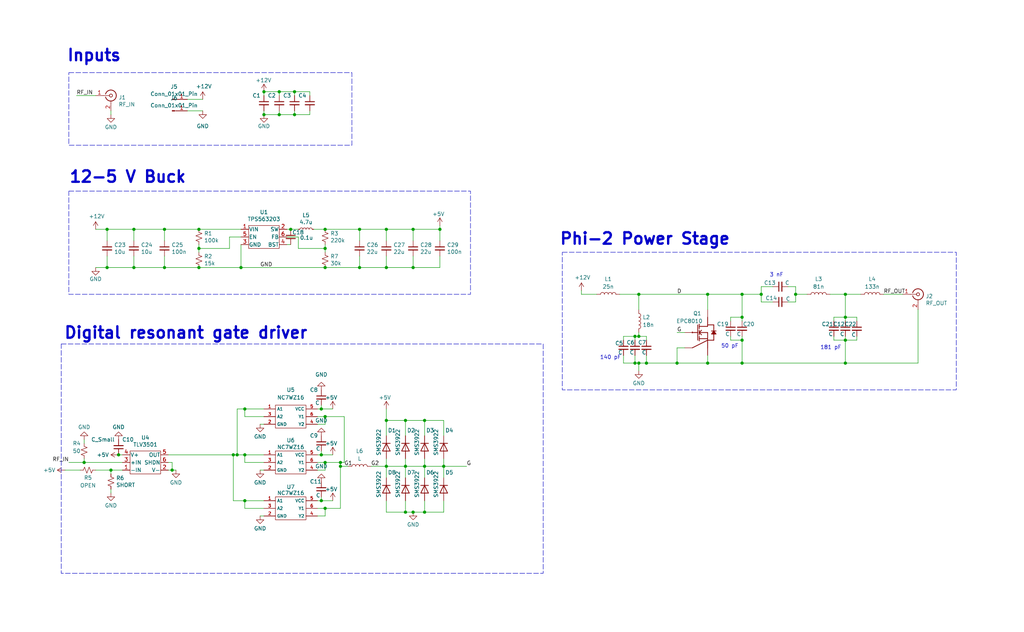
<source format=kicad_sch>
(kicad_sch (version 20231120) (generator "eeschema") (generator_version "8.0")
  (paper "User" 340.004 210.007)
  (lib_symbols
    (symbol "Connector:Conn_01x01_Pin" (pin_names (offset 1.016) hide)
      (property "Reference" "J" (at 0 2.54 0))
      (property "Value" "Conn_01x01_Pin" (at 0 -2.54 0))
      (symbol "Conn_01x01_Pin_1_1"
        (polyline (pts (xy 1.27 0) (xy 0.8636 0)) (stroke (width 0.1524)))
        (rectangle (start 0.8636 0.127) (end 0 -0.127) (stroke (width 0.1524)) (fill (type outline)))
        (pin passive line (at 5.08 0 180) (length 3.81) (name "Pin_1") (number "1"))
      )
    )
    (symbol "Connector:Conn_Coaxial" (pin_names (offset 1.016) hide)
      (property "Reference" "J" (at 0.254 3.048 0))
      (property "Value" "Conn_Coaxial" (at 2.921 0 90))
      (symbol "Conn_Coaxial_0_1"
        (arc (start -1.778 -0.508) (mid 0.2311 -1.8066) (end 1.778 0) (stroke (width 0.254)))
        (polyline (pts (xy -2.54 0) (xy -0.508 0)))
        (polyline (pts (xy 0 -2.54) (xy 0 -1.778)))
        (circle (center 0 0) (radius 0.508) (stroke (width 0.2032)))
        (arc (start 1.778 0) (mid 0.2099 1.8101) (end -1.778 0.508) (stroke (width 0.254)))
      )
      (symbol "Conn_Coaxial_1_1"
        (pin passive line (at -5.08 0 0) (length 2.54) (name "In") (number "1"))
        (pin passive line (at 0 -5.08 90) (length 2.54) (name "Ext") (number "2"))
      )
    )
    (symbol "Device:C_Small" (pin_numbers hide) (pin_names (offset 0.254) hide)
      (property "Reference" "C" (at 0.254 1.778 0))
      (property "Value" "C_Small" (at 0.254 -2.032 0))
      (symbol "C_Small_0_1"
        (polyline (pts (xy -1.524 -0.508) (xy 1.524 -0.508)) (stroke (width 0.3302)))
        (polyline (pts (xy -1.524 0.508) (xy 1.524 0.508)) (stroke (width 0.3048)))
      )
      (symbol "C_Small_1_1"
        (pin passive line (at 0 2.54 270) (length 2.032) (name "~") (number "1"))
        (pin passive line (at 0 -2.54 90) (length 2.032) (name "~") (number "2"))
      )
    )
    (symbol "Device:D" (pin_numbers hide) (pin_names (offset 1.016) hide)
      (property "Reference" "D" (at 0 2.54 0))
      (property "Value" "D" (at 0 -2.54 0))
      (symbol "D_0_1"
        (polyline (pts (xy -1.27 1.27) (xy -1.27 -1.27)) (stroke (width 0.254)))
        (polyline (pts (xy 1.27 0) (xy -1.27 0)))
        (polyline (pts (xy 1.27 1.27) (xy 1.27 -1.27) (xy -1.27 0) (xy 1.27 1.27)) (stroke (width 0.254)))
      )
      (symbol "D_1_1"
        (pin passive line (at -3.81 0 0) (length 2.54) (name "K") (number "1"))
        (pin passive line (at 3.81 0 180) (length 2.54) (name "A") (number "2"))
      )
    )
    (symbol "Device:L" (pin_numbers hide) (pin_names (offset 1.016) hide)
      (property "Reference" "L" (at -1.27 0 90))
      (property "Value" "L" (at 1.905 0 90))
      (symbol "L_0_1"
        (arc (start 0 -2.54) (mid 0.6323 -1.905) (end 0 -1.27))
        (arc (start 0 -1.27) (mid 0.6323 -0.635) (end 0 0))
        (arc (start 0 0) (mid 0.6323 0.635) (end 0 1.27))
        (arc (start 0 1.27) (mid 0.6323 1.905) (end 0 2.54))
      )
      (symbol "L_1_1"
        (pin passive line (at 0 3.81 270) (length 1.27) (name "1") (number "1"))
        (pin passive line (at 0 -3.81 90) (length 1.27) (name "2") (number "2"))
      )
    )
    (symbol "Device:L_Small" (pin_numbers hide) (pin_names (offset 0.254) hide)
      (property "Reference" "L" (at 0.762 1.016 0))
      (property "Value" "L_Small" (at 0.762 -1.016 0))
      (symbol "L_Small_0_1"
        (arc (start 0 -2.032) (mid 0.5058 -1.524) (end 0 -1.016))
        (arc (start 0 -1.016) (mid 0.5058 -0.508) (end 0 0))
        (arc (start 0 0) (mid 0.5058 0.508) (end 0 1.016))
        (arc (start 0 1.016) (mid 0.5058 1.524) (end 0 2.032))
      )
      (symbol "L_Small_1_1"
        (pin passive line (at 0 2.54 270) (length 0.508) (name "~") (number "1"))
        (pin passive line (at 0 -2.54 90) (length 0.508) (name "~") (number "2"))
      )
    )
    (symbol "Device:R_Small_US" (pin_numbers hide) (pin_names (offset 0.254) hide)
      (property "Reference" "R" (at 0.762 0.508 0))
      (property "Value" "R_Small_US" (at 0.762 -1.016 0))
      (symbol "R_Small_US_1_1"
        (polyline (pts (xy 0 0) (xy 1.016 -0.381) (xy 0 -0.762) (xy -1.016 -1.143) (xy 0 -1.524)))
        (polyline (pts (xy 0 1.524) (xy 1.016 1.143) (xy 0 0.762) (xy -1.016 0.381) (xy 0 0)))
        (pin passive line (at 0 2.54 270) (length 1.016) (name "~") (number "1"))
        (pin passive line (at 0 -2.54 90) (length 1.016) (name "~") (number "2"))
      )
    )
    (symbol "EPC_FETs:EPC8010"
      (property "Reference" "Q" (at 3.5052 1.8796 0))
      (property "Value" "EPC8010" (at 7.2136 -0.1016 0))
      (property "Description" "100V 160mE 4A" (at 10.668 -1.9304 0))
      (symbol "EPC8010_1_0"
        (arc (start -5.0996 0.2128) (mid -5.1039 0.0331) (end -5.1019 -0.1467) (stroke (width 0.254)))
        (polyline (pts (xy -5.08 0) (xy -3.302 0)) (stroke (width 0.254)))
        (polyline (pts (xy -3.302 2.54) (xy -3.302 -2.54)) (stroke (width 0.254)))
        (polyline (pts (xy -2.794 -2.794) (xy -2.794 -1.27)) (stroke (width 0.254)))
        (polyline (pts (xy -2.794 -2.032) (xy 0 -2.032)) (stroke (width 0.254)))
        (polyline (pts (xy -2.794 -0.762) (xy -2.794 0.762)) (stroke (width 0.254)))
        (polyline (pts (xy -2.794 0) (xy -2.032 0.762)) (stroke (width 0.254)))
        (polyline (pts (xy -2.794 0) (xy 0 0)) (stroke (width 0.254)))
        (polyline (pts (xy -2.794 1.27) (xy -2.794 2.794)) (stroke (width 0.254)))
        (polyline (pts (xy -2.032 -0.762) (xy -2.794 0)) (stroke (width 0.254)))
        (polyline (pts (xy 0 -2.54) (xy -5.08 -5.08)) (stroke (width 0.254)))
        (polyline (pts (xy 0 -2.54) (xy 2.032 -2.54)) (stroke (width 0.254)))
        (polyline (pts (xy 0 0) (xy 0 -5.08)) (stroke (width 0.254)))
        (polyline (pts (xy 0 2.032) (xy -2.794 2.032)) (stroke (width 0.254)))
        (polyline (pts (xy 0 2.032) (xy 0 5.08)) (stroke (width 0.254)))
        (polyline (pts (xy 0 2.54) (xy 2.032 2.54)) (stroke (width 0.254)))
        (polyline (pts (xy 2.032 -0.508) (xy 2.032 -2.54)) (stroke (width 0.254)))
        (polyline (pts (xy 2.032 2.54) (xy 2.032 0.508)) (stroke (width 0.254)))
        (polyline (pts (xy 2.794 0.508) (xy 1.27 0.508)) (stroke (width 0.254)))
        (polyline (pts (xy 2.032 0.508) (xy 1.27 -0.508) (xy 2.794 -0.508) (xy 2.032 0.508)) (stroke (width 0.254)) (fill (type outline)))
        (pin passive line (at -7.62 0 0) (length 2.54) (name "G") (number "1"))
        (pin open_emitter line (at -7.62 -5.08 0) (length 2.54) (name "SG") (number "2"))
        (pin open_emitter line (at 0 -7.62 90) (length 2.54) (name "SP1") (number "3"))
        (pin open_collector line (at 0 7.62 270) (length 2.54) (name "D") (number "4"))
        (pin open_emitter line (at 0 -7.62 90) (length 2.54) (name "SP2") (number "5"))
        (pin open_emitter line (at 0 -7.62 90) (length 2.54) (name "Sub") (number "6"))
      )
    )
    (symbol "MyKICAD:TLV3501" (pin_names (offset 0.1016))
      (property "Reference" "U" (at 1.27 1.27 0))
      (property "Value" "MyKICAD_TLV3501" (at 5.08 -8.89 0))
      (symbol "TLV3501_0_1"
        (rectangle (start 0 0) (end 10.16 -7.62))
      )
      (symbol "TLV3501_1_1"
        (pin bidirectional line (at -2.54 -6.35 0) (length 2.54) (name "-IN") (number "1"))
        (pin bidirectional line (at 12.7 -6.35 180) (length 2.54) (name "V-") (number "2"))
        (pin bidirectional line (at -2.54 -3.81 0) (length 2.54) (name "+IN") (number "3"))
        (pin bidirectional line (at -2.54 -1.27 0) (length 2.54) (name "V+") (number "4"))
        (pin bidirectional line (at 12.7 -1.27 180) (length 2.54) (name "OUT") (number "5"))
        (pin bidirectional line (at 12.7 -3.81 180) (length 2.54) (name "SHDN") (number "6"))
      )
    )
    (symbol "MyKICAD:TPS565242" (pin_names (offset 0.1016))
      (property "Reference" "U1" (at 5.08 4.445 0))
      (property "Value" "TPS563203" (at 5.08 2.1336 0))
      (symbol "TPS565242_0_1"
        (rectangle (start 0 0) (end 10.16 -7.62))
      )
      (symbol "TPS565242_1_1"
        (pin bidirectional line (at -2.54 -1.27 0) (length 2.54) (name "VIN") (number "1"))
        (pin bidirectional line (at 12.7 -1.27 180) (length 2.54) (name "SW") (number "2"))
        (pin bidirectional line (at -2.54 -6.35 0) (length 2.54) (name "GND") (number "3"))
        (pin bidirectional line (at 12.7 -6.35 180) (length 2.54) (name "BST") (number "4"))
        (pin bidirectional line (at -2.54 -3.81 0) (length 2.54) (name "EN") (number "5"))
        (pin bidirectional line (at 12.7 -3.81 180) (length 2.54) (name "FB") (number "6"))
      )
    )
    (symbol "parts:NC7WZ04"
      (property "Reference" "U?" (at 0 5.08 0))
      (property "Value" "NC7WZ04" (at -6.35 6.35 0))
      (symbol "NC7WZ04_0_1"
        (rectangle (start -5.08 3.81) (end 5.08 -3.81))
      )
      (symbol "NC7WZ04_1_0"
        (pin input line (at -8.89 2.54 0) (length 3.81) (name "A1") (number "1"))
        (pin input line (at -8.89 -2.54 0) (length 3.81) (name "GND") (number "2"))
        (pin input line (at -8.89 0 0) (length 3.81) (name "A2") (number "3"))
        (pin input line (at 8.89 -2.54 180) (length 3.81) (name "Y2") (number "4"))
        (pin input line (at 8.89 2.54 180) (length 3.81) (name "VCC") (number "5"))
        (pin input line (at 8.89 0 180) (length 3.81) (name "Y1") (number "6"))
      )
    )
    (symbol "power:+5V" (power) (pin_names (offset 0))
      (property "Value" "+5V" (at 0 3.556 0))
      (symbol "+5V_0_1"
        (polyline (pts (xy -0.762 1.27) (xy 0 2.54)))
        (polyline (pts (xy 0 0) (xy 0 2.54)))
        (polyline (pts (xy 0 2.54) (xy 0.762 1.27)))
      )
      (symbol "+5V_1_1"
        (pin power_in line (at 0 0 90) (length 0) hide (name "+5V") (number "1"))
      )
    )
    (symbol "power:GND" (power) (pin_names (offset 0))
      (property "Value" "GND" (at 0 -3.81 0))
      (symbol "GND_0_1"
        (polyline (pts (xy 0 0) (xy 0 -1.27) (xy 1.27 -1.27) (xy 0 -2.54) (xy -1.27 -1.27) (xy 0 -1.27)))
      )
      (symbol "GND_1_1"
        (pin power_in line (at 0 0 270) (length 0) hide (name "GND") (number "1"))
      )
    )
  )
  (junction (at 280.67 113.03))
  (junction (at 44.45 76.2))
  (junction (at 214.63 120.65))
  (junction (at 140.97 154.94))
  (junction (at 107.95 76.2))
  (junction (at 80.01 88.9))
  (junction (at 44.45 88.9))
  (junction (at 137.16 76.2))
  (junction (at 107.95 153.67))
  (junction (at 246.38 97.79))
  (junction (at 27.94 153.67))
  (junction (at 54.61 76.2))
  (junction (at 212.09 97.79))
  (junction (at 35.56 88.9))
  (junction (at 280.67 97.79))
  (junction (at 212.09 111.76))
  (junction (at 92.71 38.1))
  (junction (at 234.95 97.79))
  (junction (at 128.27 88.9))
  (junction (at 224.79 120.65))
  (junction (at 137.16 170.18))
  (junction (at 140.97 139.7))
  (junction (at 97.79 38.1))
  (junction (at 92.71 30.48))
  (junction (at 210.82 120.65))
  (junction (at 107.95 168.91))
  (junction (at 39.37 151.13))
  (junction (at 66.04 82.55))
  (junction (at 35.56 76.2))
  (junction (at 134.62 154.94))
  (junction (at 119.38 76.2))
  (junction (at 87.63 38.1))
  (junction (at 128.27 76.2))
  (junction (at 107.95 138.43))
  (junction (at 137.16 88.9))
  (junction (at 107.95 82.55))
  (junction (at 252.73 97.79))
  (junction (at 280.67 120.65))
  (junction (at 81.28 151.13))
  (junction (at 140.97 170.18))
  (junction (at 106.68 166.37))
  (junction (at 36.83 156.21))
  (junction (at 246.38 105.41))
  (junction (at 119.38 88.9))
  (junction (at 106.68 151.13))
  (junction (at 113.03 154.94))
  (junction (at 54.61 88.9))
  (junction (at 246.38 120.65))
  (junction (at 234.95 120.65))
  (junction (at 96.52 76.2))
  (junction (at 264.16 97.79))
  (junction (at 78.74 151.13))
  (junction (at 134.62 170.18))
  (junction (at 146.05 76.2))
  (junction (at 113.03 153.67))
  (junction (at 210.82 111.76))
  (junction (at 66.04 76.2))
  (junction (at 77.47 151.13))
  (junction (at 128.27 139.7))
  (junction (at 246.38 113.03))
  (junction (at 107.95 88.9))
  (junction (at 134.62 139.7))
  (junction (at 106.68 135.89))
  (junction (at 81.28 166.37))
  (junction (at 212.09 120.65))
  (junction (at 97.79 30.48))
  (junction (at 147.32 154.94))
  (junction (at 57.15 156.21))
  (junction (at 81.28 135.89))
  (junction (at 87.63 30.48))
  (junction (at 128.27 154.94))
  (junction (at 66.04 88.9))
  (junction (at 280.67 105.41))
  (wire (pts (xy 97.79 30.48) (xy 102.87 30.48)))
  (wire (pts (xy 280.67 111.76) (xy 280.67 113.03)))
  (wire (pts (xy 128.27 135.89) (xy 128.27 139.7)))
  (wire (pts (xy 146.05 85.09) (xy 146.05 88.9)))
  (wire (pts (xy 140.97 166.37) (xy 140.97 170.18)))
  (wire (pts (xy 242.57 113.03) (xy 246.38 113.03)))
  (wire (pts (xy 35.56 85.09) (xy 35.56 88.9)))
  (wire (pts (xy 207.01 111.76) (xy 207.01 113.03)))
  (wire (pts (xy 113.03 153.67) (xy 114.3 153.67)))
  (wire (pts (xy 55.88 153.67) (xy 57.15 153.67)))
  (wire (pts (xy 128.27 139.7) (xy 128.27 144.78)))
  (wire (pts (xy 86.36 171.45) (xy 87.63 171.45)))
  (wire (pts (xy 210.82 111.76) (xy 210.82 113.03)))
  (wire (pts (xy 264.16 97.79) (xy 267.97 97.79)))
  (wire (pts (xy 137.16 76.2) (xy 137.16 80.01)))
  (wire (pts (xy 140.97 154.94) (xy 147.32 154.94)))
  (wire (pts (xy 212.09 97.79) (xy 212.09 102.87)))
  (wire (pts (xy 246.38 113.03) (xy 246.38 120.65)))
  (wire (pts (xy 81.28 166.37) (xy 81.28 168.91)))
  (wire (pts (xy 234.95 118.11) (xy 234.95 120.65)))
  (wire (pts (xy 104.14 76.2) (xy 107.95 76.2)))
  (wire (pts (xy 105.41 138.43) (xy 107.95 138.43)))
  (wire (pts (xy 276.86 113.03) (xy 280.67 113.03)))
  (wire (pts (xy 105.41 135.89) (xy 106.68 135.89)))
  (wire (pts (xy 39.37 151.13) (xy 40.64 151.13)))
  (wire (pts (xy 128.27 170.18) (xy 134.62 170.18)))
  (wire (pts (xy 44.45 76.2) (xy 35.56 76.2)))
  (wire (pts (xy 205.74 97.79) (xy 212.09 97.79)))
  (wire (pts (xy 105.41 156.21) (xy 107.95 156.21)))
  (wire (pts (xy 66.04 82.55) (xy 66.04 83.82)))
  (wire (pts (xy 81.28 135.89) (xy 81.28 138.43)))
  (wire (pts (xy 66.04 81.28) (xy 66.04 82.55)))
  (wire (pts (xy 81.28 151.13) (xy 81.28 153.67)))
  (wire (pts (xy 107.95 156.21) (xy 107.95 153.67)))
  (wire (pts (xy 128.27 85.09) (xy 128.27 88.9)))
  (wire (pts (xy 80.01 88.9) (xy 80.01 81.28)))
  (wire (pts (xy 119.38 85.09) (xy 119.38 88.9)))
  (wire (pts (xy 92.71 36.83) (xy 92.71 38.1)))
  (wire (pts (xy 80.01 88.9) (xy 107.95 88.9)))
  (wire (pts (xy 57.15 153.67) (xy 57.15 156.21)))
  (wire (pts (xy 81.28 151.13) (xy 87.63 151.13)))
  (wire (pts (xy 207.01 120.65) (xy 210.82 120.65)))
  (wire (pts (xy 207.01 111.76) (xy 210.82 111.76)))
  (wire (pts (xy 261.62 95.25) (xy 264.16 95.25)))
  (wire (pts (xy 78.74 151.13) (xy 77.47 151.13)))
  (wire (pts (xy 193.04 97.79) (xy 198.12 97.79)))
  (wire (pts (xy 128.27 154.94) (xy 128.27 152.4)))
  (wire (pts (xy 276.86 111.76) (xy 276.86 113.03)))
  (wire (pts (xy 246.38 111.76) (xy 246.38 113.03)))
  (wire (pts (xy 128.27 154.94) (xy 134.62 154.94)))
  (wire (pts (xy 27.94 146.05) (xy 27.94 147.32)))
  (wire (pts (xy 128.27 88.9) (xy 119.38 88.9)))
  (wire (pts (xy 31.75 156.21) (xy 36.83 156.21)))
  (wire (pts (xy 81.28 153.67) (xy 87.63 153.67)))
  (wire (pts (xy 214.63 111.76) (xy 214.63 113.03)))
  (wire (pts (xy 134.62 152.4) (xy 134.62 154.94)))
  (wire (pts (xy 27.94 153.67) (xy 22.86 153.67)))
  (wire (pts (xy 27.94 153.67) (xy 40.64 153.67)))
  (wire (pts (xy 293.37 97.79) (xy 299.72 97.79)))
  (wire (pts (xy 36.83 36.83) (xy 36.83 38.1)))
  (wire (pts (xy 78.74 151.13) (xy 81.28 151.13)))
  (wire (pts (xy 105.41 171.45) (xy 107.95 171.45)))
  (wire (pts (xy 146.05 76.2) (xy 146.05 80.01)))
  (wire (pts (xy 284.48 113.03) (xy 280.67 113.03)))
  (wire (pts (xy 304.8 102.87) (xy 304.8 120.65)))
  (wire (pts (xy 62.23 33.02) (xy 67.31 33.02)))
  (wire (pts (xy 147.32 170.18) (xy 147.32 166.37)))
  (wire (pts (xy 134.62 154.94) (xy 140.97 154.94)))
  (wire (pts (xy 76.2 78.74) (xy 80.01 78.74)))
  (wire (pts (xy 252.73 97.79) (xy 252.73 100.33)))
  (wire (pts (xy 54.61 85.09) (xy 54.61 88.9)))
  (wire (pts (xy 128.27 139.7) (xy 134.62 139.7)))
  (wire (pts (xy 102.87 38.1) (xy 102.87 36.83)))
  (wire (pts (xy 66.04 88.9) (xy 80.01 88.9)))
  (wire (pts (xy 256.54 100.33) (xy 252.73 100.33)))
  (wire (pts (xy 107.95 140.97) (xy 107.95 138.43)))
  (wire (pts (xy 86.36 140.97) (xy 87.63 140.97)))
  (wire (pts (xy 261.62 100.33) (xy 264.16 100.33)))
  (wire (pts (xy 27.94 153.67) (xy 27.94 152.4)))
  (wire (pts (xy 137.16 76.2) (xy 146.05 76.2)))
  (wire (pts (xy 284.48 111.76) (xy 284.48 113.03)))
  (wire (pts (xy 137.16 88.9) (xy 128.27 88.9)))
  (wire (pts (xy 105.41 153.67) (xy 107.95 153.67)))
  (wire (pts (xy 242.57 106.68) (xy 242.57 105.41)))
  (wire (pts (xy 146.05 74.93) (xy 146.05 76.2)))
  (wire (pts (xy 25.4 31.75) (xy 31.75 31.75)))
  (wire (pts (xy 114.3 138.43) (xy 114.3 153.67)))
  (wire (pts (xy 99.06 82.55) (xy 107.95 82.55)))
  (wire (pts (xy 212.09 111.76) (xy 212.09 110.49)))
  (wire (pts (xy 92.71 30.48) (xy 92.71 31.75)))
  (wire (pts (xy 137.16 170.18) (xy 140.97 170.18)))
  (wire (pts (xy 119.38 88.9) (xy 107.95 88.9)))
  (wire (pts (xy 44.45 76.2) (xy 44.45 80.01)))
  (wire (pts (xy 95.25 76.2) (xy 96.52 76.2)))
  (wire (pts (xy 284.48 105.41) (xy 284.48 106.68)))
  (wire (pts (xy 212.09 111.76) (xy 214.63 111.76)))
  (wire (pts (xy 81.28 138.43) (xy 87.63 138.43)))
  (wire (pts (xy 99.06 78.74) (xy 95.25 78.74)))
  (wire (pts (xy 78.74 135.89) (xy 81.28 135.89)))
  (wire (pts (xy 128.27 76.2) (xy 128.27 80.01)))
  (wire (pts (xy 214.63 118.11) (xy 214.63 120.65)))
  (wire (pts (xy 113.03 154.94) (xy 113.03 168.91)))
  (wire (pts (xy 106.68 149.86) (xy 106.68 151.13)))
  (wire (pts (xy 264.16 97.79) (xy 264.16 95.25)))
  (wire (pts (xy 252.73 95.25) (xy 252.73 97.79)))
  (wire (pts (xy 246.38 97.79) (xy 252.73 97.79)))
  (wire (pts (xy 224.79 110.49) (xy 227.33 110.49)))
  (wire (pts (xy 107.95 153.67) (xy 113.03 153.67)))
  (wire (pts (xy 275.59 97.79) (xy 280.67 97.79)))
  (wire (pts (xy 276.86 106.68) (xy 276.86 105.41)))
  (wire (pts (xy 119.38 76.2) (xy 119.38 80.01)))
  (wire (pts (xy 36.83 157.48) (xy 36.83 156.21)))
  (wire (pts (xy 224.79 115.57) (xy 224.79 120.65)))
  (wire (pts (xy 140.97 139.7) (xy 140.97 144.78)))
  (wire (pts (xy 134.62 139.7) (xy 140.97 139.7)))
  (wire (pts (xy 246.38 106.68) (xy 246.38 105.41)))
  (wire (pts (xy 140.97 139.7) (xy 147.32 139.7)))
  (wire (pts (xy 147.32 139.7) (xy 147.32 144.78)))
  (wire (pts (xy 58.42 156.21) (xy 57.15 156.21)))
  (wire (pts (xy 246.38 97.79) (xy 246.38 105.41)))
  (wire (pts (xy 140.97 154.94) (xy 140.97 158.75)))
  (wire (pts (xy 36.83 156.21) (xy 40.64 156.21)))
  (wire (pts (xy 280.67 105.41) (xy 280.67 106.68)))
  (wire (pts (xy 280.67 97.79) (xy 285.75 97.79)))
  (wire (pts (xy 193.04 96.52) (xy 193.04 97.79)))
  (wire (pts (xy 146.05 88.9) (xy 137.16 88.9)))
  (wire (pts (xy 280.67 105.41) (xy 284.48 105.41)))
  (wire (pts (xy 35.56 76.2) (xy 35.56 80.01)))
  (wire (pts (xy 212.09 97.79) (xy 234.95 97.79)))
  (wire (pts (xy 212.09 120.65) (xy 214.63 120.65)))
  (wire (pts (xy 87.63 36.83) (xy 87.63 38.1)))
  (wire (pts (xy 280.67 113.03) (xy 280.67 120.65)))
  (wire (pts (xy 147.32 154.94) (xy 147.32 158.75)))
  (wire (pts (xy 35.56 88.9) (xy 44.45 88.9)))
  (wire (pts (xy 81.28 168.91) (xy 87.63 168.91)))
  (wire (pts (xy 134.62 166.37) (xy 134.62 170.18)))
  (wire (pts (xy 246.38 120.65) (xy 280.67 120.65)))
  (wire (pts (xy 54.61 88.9) (xy 66.04 88.9)))
  (wire (pts (xy 87.63 30.48) (xy 87.63 31.75)))
  (wire (pts (xy 214.63 120.65) (xy 224.79 120.65)))
  (wire (pts (xy 95.25 81.28) (xy 96.52 81.28)))
  (wire (pts (xy 106.68 151.13) (xy 110.49 151.13)))
  (wire (pts (xy 77.47 166.37) (xy 81.28 166.37)))
  (wire (pts (xy 140.97 170.18) (xy 147.32 170.18)))
  (wire (pts (xy 77.47 166.37) (xy 77.47 151.13)))
  (wire (pts (xy 81.28 166.37) (xy 87.63 166.37)))
  (wire (pts (xy 36.83 162.56) (xy 36.83 163.83)))
  (wire (pts (xy 276.86 105.41) (xy 280.67 105.41)))
  (wire (pts (xy 54.61 76.2) (xy 54.61 80.01)))
  (wire (pts (xy 107.95 81.28) (xy 107.95 82.55)))
  (wire (pts (xy 105.41 166.37) (xy 106.68 166.37)))
  (wire (pts (xy 210.82 111.76) (xy 212.09 111.76)))
  (wire (pts (xy 92.71 38.1) (xy 97.79 38.1)))
  (wire (pts (xy 128.27 76.2) (xy 137.16 76.2)))
  (wire (pts (xy 147.32 154.94) (xy 154.94 154.94)))
  (wire (pts (xy 97.79 36.83) (xy 97.79 38.1)))
  (wire (pts (xy 76.2 82.55) (xy 76.2 78.74)))
  (wire (pts (xy 54.61 76.2) (xy 44.45 76.2)))
  (wire (pts (xy 207.01 118.11) (xy 207.01 120.65)))
  (wire (pts (xy 242.57 111.76) (xy 242.57 113.03)))
  (wire (pts (xy 210.82 120.65) (xy 212.09 120.65)))
  (wire (pts (xy 66.04 76.2) (xy 80.01 76.2)))
  (wire (pts (xy 113.03 153.67) (xy 113.03 154.94)))
  (wire (pts (xy 134.62 154.94) (xy 134.62 158.75)))
  (wire (pts (xy 134.62 139.7) (xy 134.62 144.78)))
  (wire (pts (xy 105.41 168.91) (xy 107.95 168.91)))
  (wire (pts (xy 96.52 76.2) (xy 99.06 76.2)))
  (wire (pts (xy 21.59 156.21) (xy 26.67 156.21)))
  (wire (pts (xy 107.95 82.55) (xy 107.95 83.82)))
  (wire (pts (xy 66.04 76.2) (xy 54.61 76.2)))
  (wire (pts (xy 57.15 156.21) (xy 55.88 156.21)))
  (wire (pts (xy 280.67 97.79) (xy 280.67 105.41)))
  (wire (pts (xy 134.62 170.18) (xy 137.16 170.18)))
  (wire (pts (xy 105.41 140.97) (xy 107.95 140.97)))
  (wire (pts (xy 210.82 118.11) (xy 210.82 120.65)))
  (wire (pts (xy 227.33 115.57) (xy 224.79 115.57)))
  (wire (pts (xy 123.19 154.94) (xy 128.27 154.94)))
  (wire (pts (xy 44.45 85.09) (xy 44.45 88.9)))
  (wire (pts (xy 147.32 154.94) (xy 147.32 152.4)))
  (wire (pts (xy 97.79 30.48) (xy 97.79 31.75)))
  (wire (pts (xy 113.03 154.94) (xy 115.57 154.94)))
  (wire (pts (xy 97.79 38.1) (xy 102.87 38.1)))
  (wire (pts (xy 264.16 100.33) (xy 264.16 97.79)))
  (wire (pts (xy 140.97 152.4) (xy 140.97 154.94)))
  (wire (pts (xy 107.95 168.91) (xy 113.03 168.91)))
  (wire (pts (xy 128.27 154.94) (xy 128.27 158.75)))
  (wire (pts (xy 106.68 135.89) (xy 110.49 135.89)))
  (wire (pts (xy 224.79 120.65) (xy 234.95 120.65)))
  (wire (pts (xy 234.95 97.79) (xy 234.95 102.87)))
  (wire (pts (xy 212.09 120.65) (xy 212.09 123.19)))
  (wire (pts (xy 105.41 151.13) (xy 106.68 151.13)))
  (wire (pts (xy 99.06 78.74) (xy 99.06 82.55)))
  (wire (pts (xy 31.75 88.9) (xy 35.56 88.9)))
  (wire (pts (xy 92.71 30.48) (xy 97.79 30.48)))
  (wire (pts (xy 87.63 30.48) (xy 92.71 30.48)))
  (wire (pts (xy 102.87 30.48) (xy 102.87 31.75)))
  (wire (pts (xy 246.38 120.65) (xy 234.95 120.65)))
  (wire (pts (xy 87.63 38.1) (xy 92.71 38.1)))
  (wire (pts (xy 304.8 120.65) (xy 280.67 120.65)))
  (wire (pts (xy 107.95 171.45) (xy 107.95 168.91)))
  (wire (pts (xy 81.28 135.89) (xy 87.63 135.89)))
  (wire (pts (xy 234.95 97.79) (xy 246.38 97.79)))
  (wire (pts (xy 44.45 88.9) (xy 54.61 88.9)))
  (wire (pts (xy 119.38 76.2) (xy 128.27 76.2)))
  (wire (pts (xy 62.23 36.83) (xy 67.31 36.83)))
  (wire (pts (xy 31.75 76.2) (xy 35.56 76.2)))
  (wire (pts (xy 86.36 156.21) (xy 87.63 156.21)))
  (wire (pts (xy 107.95 138.43) (xy 114.3 138.43)))
  (wire (pts (xy 55.88 151.13) (xy 77.47 151.13)))
  (wire (pts (xy 106.68 165.1) (xy 106.68 166.37)))
  (wire (pts (xy 106.68 134.62) (xy 106.68 135.89)))
  (wire (pts (xy 128.27 166.37) (xy 128.27 170.18)))
  (wire (pts (xy 78.74 135.89) (xy 78.74 151.13)))
  (wire (pts (xy 252.73 95.25) (xy 256.54 95.25)))
  (wire (pts (xy 107.95 76.2) (xy 119.38 76.2)))
  (wire (pts (xy 242.57 105.41) (xy 246.38 105.41)))
  (wire (pts (xy 66.04 82.55) (xy 76.2 82.55)))
  (wire (pts (xy 137.16 85.09) (xy 137.16 88.9)))
  (wire (pts (xy 106.68 166.37) (xy 110.49 166.37)))
  (rectangle (start 20.32 114.3) (end 180.34 190.5) (stroke (width 0) (type dash)))
  (rectangle (start 186.69 83.82) (end 317.5 129.54) (stroke (width 0) (type dash)))
  (rectangle (start 22.86 24.13) (end 116.84 48.26) (stroke (width 0) (type dash)))
  (rectangle (start 22.86 63.5) (end 156.21 97.79) (stroke (width 0) (type dash)))
  (text "Inputs" (at 31.242 18.542 0) (effects (font (size 3.81 3.81) (thickness 0.762) (bold yes))))
  (text "Digital resonant gate driver" (at 61.722 110.744 0) (effects (font (size 3.81 3.81) (thickness 0.762) (bold yes))))
  (text "12-5 V Buck\n" (at 42.418 58.928 0) (effects (font (size 3.81 3.81) (thickness 0.762) (bold yes))))
  (text "181 pF" (at 275.844 115.57 0) (effects (font (size 1.27 1.27))))
  (text "50 pF" (at 242.316 115.062 0) (effects (font (size 1.27 1.27))))
  (text "Phi-2 Power Stage\n" (at 214.122 79.502 0) (effects (font (size 3.81 3.81) (thickness 0.762) (bold yes))))
  (text "3 nF" (at 257.81 91.44 0) (effects (font (size 1.27 1.27))))
  (text "140 pF" (at 202.692 118.872 0) (effects (font (size 1.27 1.27))))
  (label "RF_OUT" (at 293.37 97.79 0))
  (label "G" (at 224.79 110.49 0))
  (label "G1" (at 114.3 154.94 0))
  (label "D" (at 224.79 97.79 0))
  (label "GND" (at 86.36 88.9 0))
  (label "G2" (at 123.19 154.94 0))
  (label "RF_IN" (at 25.4 31.75 0))
  (label "G" (at 154.94 154.94 0))
  (label "RF_IN" (at 22.86 153.67 180))
  (symbol (lib_id "Device:C_Small") (at 54.61 82.55 0) (unit 1)
    (property "Reference" "C25" (at 56.9468 81.3816 0) (effects (justify left)))
    (property "Value" "100n" (at 56.9468 83.693 0) (effects (justify left)))
    (property "Footprint" "Capacitor_SMD:C_0603_1608Metric" (effects (hide yes)))
  )
  (symbol (lib_id "Device:C_Small") (at 97.79 34.29 0) (unit 1)
    (property "Reference" "C3" (at 93.98 31.75 0) (effects (justify left)))
    (property "Value" "C_Small" (effects (hide yes)))
    (property "Footprint" "Capacitor_SMD:C_1206_3216Metric" (effects (hide yes)))
  )
  (symbol (lib_id "power:GND") (at 86.36 156.21 0) (unit 1)
    (property "Reference" "#PWR021" (effects (hide yes)))
    (property "Value" "GND" (at 86.36 160.3431 0))
  )
  (symbol (lib_id "power:GND") (at 39.37 146.05 180) (unit 1)
    (property "Reference" "#PWR057" (effects (hide yes)))
    (property "Value" "GND" (at 39.37 141.9169 0))
  )
  (symbol (lib_id "power:GND") (at 87.63 38.1 0) (unit 1)
    (property "Reference" "#PWR04" (effects (hide yes)))
    (property "Value" "GND" (at 87.63 41.91 0))
  )
  (symbol (lib_id "power:+5V") (at 110.49 166.37 0) (unit 1)
    (property "Reference" "#PWR024" (effects (hide yes)))
    (property "Value" "+5V" (at 107.95 162.56 0) (effects (justify left)))
  )
  (symbol (lib_id "power:+5V") (at 31.75 76.2 0) (unit 1)
    (property "Reference" "#PWR05" (effects (hide yes)))
    (property "Value" "+12V" (at 29.464 71.882 0) (effects (justify left)))
  )
  (symbol (lib_id "power:GND") (at 106.68 129.54 180) (unit 1)
    (property "Reference" "#PWR066" (effects (hide yes)))
    (property "Value" "GND" (at 106.68 124.46 0))
  )
  (symbol (lib_id "Device:L") (at 119.38 154.94 90) (unit 1) (on_board no)
    (property "Reference" "L6" (at 119.38 149.86 90))
    (property "Value" "L" (at 119.38 152.4 90))
    (property "Description" "Inductor" (effects (hide yes)))
  )
  (symbol (lib_id "Device:C_Small") (at 207.01 115.57 0) (unit 1)
    (property "Reference" "C5" (at 204.216 114.046 0) (effects (justify left)))
    (property "Value" "C" (at 205.232 117.094 0) (effects (justify left)))
    (property "Footprint" "Capacitor_SMD:C_0603_1608Metric" (effects (hide yes)))
    (property "Description" "Unpolarized capacitor, small symbol" (effects (hide yes)))
  )
  (symbol (lib_id "Device:R_Small_US") (at 36.83 160.02 0) (unit 1)
    (property "Reference" "R6" (at 38.5572 158.8516 0) (effects (justify left)))
    (property "Value" "SHORT" (at 38.5572 161.163 0) (effects (justify left)))
    (property "Footprint" "Resistor_SMD:R_0603_1608Metric" (effects (hide yes)))
  )
  (symbol (lib_id "Device:D") (at 140.97 162.56 270) (unit 1)
    (property "Reference" "D6" (at 141.478 156.972 90) (effects (justify left)))
    (property "Value" "SMS3922" (at 138.43 156.464 0) (effects (justify left)))
    (property "Footprint" "Diode_SMD:D_SOD-523" (effects (hide yes)))
    (property "Description" "Diode" (effects (hide yes)))
    (property "Sim.Device" "D" (effects (hide yes)))
    (property "Sim.Pins" "1=K 2=A" (effects (hide yes)))
  )
  (symbol (lib_id "parts:NC7WZ04") (at 96.52 138.43 0) (unit 1)
    (property "Reference" "U5" (at 96.52 129.54 0))
    (property "Value" "NC7WZ16" (at 96.52 132.08 0))
    (property "Footprint" "pcbparts:nc7wz04_sc-88_SOIC-6" (effects (hide yes)))
  )
  (symbol (lib_id "Device:C_Small") (at 92.71 34.29 0) (unit 1)
    (property "Reference" "C2" (at 88.9 31.75 0) (effects (justify left)))
    (property "Value" "C_Small" (effects (hide yes)))
    (property "Footprint" "Capacitor_SMD:C_1206_3216Metric" (effects (hide yes)))
  )
  (symbol (lib_id "Device:C_Small") (at 106.68 132.08 0) (unit 1)
    (property "Reference" "C8" (at 102.87 129.54 0) (effects (justify left)))
    (property "Value" "C" (at 104.648 133.858 0) (effects (justify left)))
    (property "Footprint" "Capacitor_SMD:C_0402_1005Metric" (effects (hide yes)))
  )
  (symbol (lib_id "Device:L") (at 201.93 97.79 90) (unit 1)
    (property "Reference" "L1" (at 201.93 92.71 90))
    (property "Value" "25n" (at 201.93 95.25 90))
    (property "Footprint" "Coilcraft:L_Coilcraft_ZA9423" (effects (hide yes)))
    (property "Description" "Inductor" (effects (hide yes)))
  )
  (symbol (lib_id "Device:L_Small") (at 101.6 76.2 90) (unit 1)
    (property "Reference" "L5" (at 101.6 71.501 90))
    (property "Value" "4.7u" (at 101.6 73.8124 90))
    (property "Footprint" "Inductor_SMD:L_Taiyo-Yuden_MD-5050" (effects (hide yes)))
  )
  (symbol (lib_id "Device:C_Small") (at 276.86 109.22 0) (unit 1)
    (property "Reference" "C21" (at 272.796 107.696 0) (effects (justify left)))
    (property "Value" "C" (at 275.082 110.998 0) (effects (justify left)))
    (property "Footprint" "Capacitor_SMD:C_0603_1608Metric" (effects (hide yes)))
    (property "Description" "Unpolarized capacitor, small symbol" (effects (hide yes)))
  )
  (symbol (lib_id "Device:R_Small_US") (at 107.95 86.36 0) (unit 1)
    (property "Reference" "R7" (at 109.6772 85.1916 0) (effects (justify left)))
    (property "Value" "30k" (at 109.6772 87.503 0) (effects (justify left)))
    (property "Footprint" "Resistor_SMD:R_0603_1608Metric" (effects (hide yes)))
  )
  (symbol (lib_id "Device:D") (at 147.32 162.56 270) (unit 1)
    (property "Reference" "D5" (at 147.828 156.972 90) (effects (justify left)))
    (property "Value" "SMS3922" (at 144.78 156.464 0) (effects (justify left)))
    (property "Footprint" "Diode_SMD:D_SOD-523" (effects (hide yes)))
    (property "Description" "Diode" (effects (hide yes)))
    (property "Sim.Device" "D" (effects (hide yes)))
    (property "Sim.Pins" "1=K 2=A" (effects (hide yes)))
  )
  (symbol (lib_id "Device:R_Small_US") (at 27.94 149.86 0) (unit 1)
    (property "Reference" "R4" (at 24.13 147.32 0) (effects (justify left)))
    (property "Value" "50" (at 24.13 149.86 0) (effects (justify left)))
    (property "Footprint" "Resistor_SMD:R_0603_1608Metric" (effects (hide yes)))
  )
  (symbol (lib_id "power:+5V") (at 21.59 156.21 90) (unit 1)
    (property "Reference" "#PWR014" (effects (hide yes)))
    (property "Value" "+5V" (at 18.4151 156.21 90) (effects (justify left)))
  )
  (symbol (lib_id "Device:C_Small") (at 128.27 82.55 0) (unit 1)
    (property "Reference" "C27" (at 130.6068 81.3816 0) (effects (justify left)))
    (property "Value" "22u" (at 130.6068 83.693 0) (effects (justify left)))
    (property "Footprint" "Capacitor_SMD:C_1206_3216Metric" (effects (hide yes)))
  )
  (symbol (lib_id "Device:D") (at 134.62 148.59 270) (unit 1)
    (property "Reference" "D2" (at 135.128 143.002 90) (effects (justify left)))
    (property "Value" "SMS3922" (at 132.08 142.494 0) (effects (justify left)))
    (property "Footprint" "Diode_SMD:D_SOD-523" (effects (hide yes)))
    (property "Description" "Diode" (effects (hide yes)))
    (property "Sim.Device" "D" (effects (hide yes)))
    (property "Sim.Pins" "1=K 2=A" (effects (hide yes)))
  )
  (symbol (lib_id "Device:C_Small") (at 146.05 82.55 0) (unit 1)
    (property "Reference" "C29" (at 148.3868 81.3816 0) (effects (justify left)))
    (property "Value" "100n" (at 148.3868 83.693 0) (effects (justify left)))
    (property "Footprint" "Capacitor_SMD:C_0603_1608Metric" (effects (hide yes)))
  )
  (symbol (lib_id "power:+5V") (at 146.05 74.93 0) (unit 1)
    (property "Reference" "#PWR06" (effects (hide yes)))
    (property "Value" "+5V" (at 143.51 71.12 0) (effects (justify left)))
  )
  (symbol (lib_id "power:GND") (at 36.83 163.83 0) (unit 1)
    (property "Reference" "#PWR016" (effects (hide yes)))
    (property "Value" "GND" (at 36.83 167.9631 0))
  )
  (symbol (lib_id "MyKICAD:TPS565242") (at 82.55 74.93 0) (unit 1)
    (property "Reference" "U1" (at 87.63 70.485 0))
    (property "Value" "TPS563203" (at 87.63 72.7964 0))
    (property "Footprint" "Package_TO_SOT_SMD:SOT-563" (effects (hide yes)))
  )
  (symbol (lib_id "Device:C_Small") (at 96.52 78.74 0) (unit 1)
    (property "Reference" "C18" (at 97.028 77.216 0) (effects (justify left)))
    (property "Value" "0.1u" (at 99.568 78.994 0) (effects (justify left)))
    (property "Footprint" "Capacitor_SMD:C_0603_1608Metric" (effects (hide yes)))
    (property "Description" "Unpolarized capacitor, small symbol" (effects (hide yes)))
  )
  (symbol (lib_id "Device:L") (at 212.09 106.68 0) (unit 1)
    (property "Reference" "L2" (at 213.36 105.4099 0) (effects (justify left)))
    (property "Value" "18n" (at 213.36 107.9499 0) (effects (justify left)))
    (property "Footprint" "Coilcraft:Coilcraft_1212VS" (effects (hide yes)))
    (property "Description" "Inductor" (effects (hide yes)))
  )
  (symbol (lib_id "Device:C_Small") (at 137.16 82.55 0) (unit 1)
    (property "Reference" "C28" (at 139.4968 81.3816 0) (effects (justify left)))
    (property "Value" "22u" (at 139.4968 83.693 0) (effects (justify left)))
    (property "Footprint" "Capacitor_SMD:C_1206_3216Metric" (effects (hide yes)))
  )
  (symbol (lib_id "Device:C_Small") (at 44.45 82.55 0) (unit 1)
    (property "Reference" "C24" (at 46.7868 81.3816 0) (effects (justify left)))
    (property "Value" "10u" (at 46.7868 83.693 0) (effects (justify left)))
    (property "Footprint" "Capacitor_SMD:C_0805_2012Metric" (effects (hide yes)))
  )
  (symbol (lib_id "Device:D") (at 140.97 148.59 270) (unit 1)
    (property "Reference" "D3" (at 141.478 143.002 90) (effects (justify left)))
    (property "Value" "SMS3922" (at 138.43 142.494 0) (effects (justify left)))
    (property "Footprint" "Diode_SMD:D_SOD-523" (effects (hide yes)))
    (property "Description" "Diode" (effects (hide yes)))
    (property "Sim.Device" "D" (effects (hide yes)))
    (property "Sim.Pins" "1=K 2=A" (effects (hide yes)))
  )
  (symbol (lib_id "Device:C_Small") (at 102.87 34.29 0) (unit 1)
    (property "Reference" "C4" (at 99.06 31.75 0) (effects (justify left)))
    (property "Value" "C_Small" (effects (hide yes)))
    (property "Footprint" "Capacitor_SMD:C_1206_3216Metric" (effects (hide yes)))
  )
  (symbol (lib_id "Device:C_Small") (at 106.68 162.56 0) (unit 1)
    (property "Reference" "C11" (at 102.87 160.02 0) (effects (justify left)))
    (property "Value" "C" (at 104.902 164.592 0) (effects (justify left)))
    (property "Footprint" "Capacitor_SMD:C_0402_1005Metric" (effects (hide yes)))
  )
  (symbol (lib_id "Device:L") (at 289.56 97.79 90) (unit 1)
    (property "Reference" "L4" (at 289.56 92.71 90))
    (property "Value" "133n" (at 289.56 95.25 90))
    (property "Footprint" "Coilcraft:Coilcraft_2014VS" (effects (hide yes)))
    (property "Description" "Inductor" (effects (hide yes)))
  )
  (symbol (lib_id "Device:C_Small") (at 119.38 82.55 0) (unit 1)
    (property "Reference" "C26" (at 121.7168 81.3816 0) (effects (justify left)))
    (property "Value" "22u" (at 121.7168 83.693 0) (effects (justify left)))
    (property "Footprint" "Capacitor_SMD:C_1206_3216Metric" (effects (hide yes)))
  )
  (symbol (lib_id "Device:D") (at 134.62 162.56 270) (unit 1)
    (property "Reference" "D7" (at 135.128 156.972 90) (effects (justify left)))
    (property "Value" "SMS3922" (at 132.08 156.464 0) (effects (justify left)))
    (property "Footprint" "Diode_SMD:D_SOD-523" (effects (hide yes)))
    (property "Description" "Diode" (effects (hide yes)))
    (property "Sim.Device" "D" (effects (hide yes)))
    (property "Sim.Pins" "1=K 2=A" (effects (hide yes)))
  )
  (symbol (lib_id "Device:R_Small_US") (at 107.95 78.74 0) (unit 1)
    (property "Reference" "R3" (at 109.6772 77.5716 0) (effects (justify left)))
    (property "Value" "220k" (at 109.6772 79.883 0) (effects (justify left)))
    (property "Footprint" "Resistor_SMD:R_0603_1608Metric" (effects (hide yes)))
  )
  (symbol (lib_id "power:GND") (at 86.36 140.97 0) (unit 1)
    (property "Reference" "#PWR019" (effects (hide yes)))
    (property "Value" "GND" (at 86.36 145.1031 0))
  )
  (symbol (lib_id "Device:C_Small") (at 106.68 147.32 0) (unit 1)
    (property "Reference" "C9" (at 102.87 144.78 0) (effects (justify left)))
    (property "Value" "C" (at 104.902 149.098 0) (effects (justify left)))
    (property "Footprint" "Capacitor_SMD:C_0402_1005Metric" (effects (hide yes)))
  )
  (symbol (lib_id "power:+5V") (at 39.37 151.13 90) (unit 1)
    (property "Reference" "#PWR017" (effects (hide yes)))
    (property "Value" "+5V" (at 36.1951 151.13 90) (effects (justify left)))
  )
  (symbol (lib_id "power:GND") (at 106.68 160.02 180) (unit 1)
    (property "Reference" "#PWR064" (effects (hide yes)))
    (property "Value" "GND" (at 106.68 154.94 0))
  )
  (symbol (lib_id "power:+5V") (at 67.31 33.02 0) (unit 1)
    (property "Reference" "#PWR051" (effects (hide yes)))
    (property "Value" "+12V" (at 65.024 28.702 0) (effects (justify left)))
  )
  (symbol (lib_id "parts:NC7WZ04") (at 96.52 168.91 0) (unit 1)
    (property "Reference" "U7" (at 96.52 161.798 0))
    (property "Value" "NC7WZ16" (at 96.52 163.83 0))
    (property "Footprint" "pcbparts:nc7wz04_sc-88_SOIC-6" (effects (hide yes)))
  )
  (symbol (lib_id "Device:L") (at 271.78 97.79 90) (unit 1)
    (property "Reference" "L3" (at 271.78 92.71 90))
    (property "Value" "81n" (at 271.78 95.25 90))
    (property "Footprint" "Coilcraft:Coilcraft_2014VS" (effects (hide yes)))
    (property "Description" "Inductor" (effects (hide yes)))
  )
  (symbol (lib_id "power:GND") (at 212.09 123.19 0) (unit 1)
    (property "Reference" "#PWR01" (effects (hide yes)))
    (property "Value" "GND" (at 212.09 127.3231 0))
  )
  (symbol (lib_id "Device:C_Small") (at 280.67 109.22 0) (unit 1)
    (property "Reference" "C12" (at 276.606 107.696 0) (effects (justify left)))
    (property "Value" "C" (at 278.892 110.998 0) (effects (justify left)))
    (property "Footprint" "Capacitor_SMD:C_0603_1608Metric" (effects (hide yes)))
    (property "Description" "Unpolarized capacitor, small symbol" (effects (hide yes)))
  )
  (symbol (lib_id "power:+5V") (at 110.49 151.13 0) (unit 1)
    (property "Reference" "#PWR022" (effects (hide yes)))
    (property "Value" "+5V" (at 107.95 147.32 0) (effects (justify left)))
  )
  (symbol (lib_id "parts:NC7WZ04") (at 96.52 153.67 0) (unit 1)
    (property "Reference" "U6" (at 96.52 146.304 0))
    (property "Value" "NC7WZ16" (at 96.52 148.59 0))
    (property "Footprint" "pcbparts:nc7wz04_sc-88_SOIC-6" (effects (hide yes)))
  )
  (symbol (lib_id "power:GND") (at 106.68 144.78 180) (unit 1)
    (property "Reference" "#PWR065" (effects (hide yes)))
    (property "Value" "GND" (at 106.68 139.7 0))
  )
  (symbol (lib_id "Device:C_Small") (at 35.56 82.55 0) (unit 1)
    (property "Reference" "C23" (at 37.8968 81.3816 0) (effects (justify left)))
    (property "Value" "10u" (at 37.8968 83.693 0) (effects (justify left)))
    (property "Footprint" "Capacitor_SMD:C_0805_2012Metric" (effects (hide yes)))
  )
  (symbol (lib_id "Connector:Conn_Coaxial") (at 36.83 31.75 0) (unit 1)
    (property "Reference" "J1" (at 39.37 32.385 0) (effects (justify left)))
    (property "Value" "RF_IN" (at 39.37 34.6964 0) (effects (justify left)))
    (property "Footprint" "Connector_Coaxial:SMA_Amphenol_132134-10_Vertical" (effects (hide yes)))
    (property "Datasheet" " ~" (effects (hide yes)))
  )
  (symbol (lib_id "Device:C_Small") (at 39.37 148.59 180) (unit 1)
    (property "Reference" "C10" (at 44.45 146.05 0) (effects (justify left)))
    (property "Value" "C_Small" (at 38.1 146.05 0) (effects (justify left)))
    (property "Footprint" "Capacitor_SMD:C_0402_1005Metric" (effects (hide yes)))
  )
  (symbol (lib_id "power:+5V") (at 87.63 30.48 0) (unit 1)
    (property "Reference" "#PWR03" (effects (hide yes)))
    (property "Value" "+12V" (at 84.836 26.67 0) (effects (justify left)))
  )
  (symbol (lib_id "power:GND") (at 36.83 38.1 0) (unit 1)
    (property "Reference" "#PWR029" (effects (hide yes)))
    (property "Value" "GND" (at 36.83 42.2331 0))
  )
  (symbol (lib_id "Device:R_Small_US") (at 29.21 156.21 90) (unit 1)
    (property "Reference" "R5" (at 29.21 158.75 90))
    (property "Value" "OPEN" (at 29.21 161.29 90))
    (property "Footprint" "Resistor_SMD:R_0603_1608Metric" (effects (hide yes)))
  )
  (symbol (lib_id "Device:C_Small") (at 242.57 109.22 0) (unit 1)
    (property "Reference" "C19" (at 237.998 107.696 0) (effects (justify left)))
    (property "Value" "C" (at 240.792 110.998 0) (effects (justify left)))
    (property "Footprint" "Capacitor_SMD:C_0603_1608Metric" (effects (hide yes)))
    (property "Description" "Unpolarized capacitor, small symbol" (effects (hide yes)))
  )
  (symbol (lib_id "Device:D") (at 128.27 148.59 270) (unit 1)
    (property "Reference" "D1" (at 128.778 143.002 90) (effects (justify left)))
    (property "Value" "SMS3922" (at 125.73 142.494 0) (effects (justify left)))
    (property "Footprint" "Diode_SMD:D_SOD-523" (effects (hide yes)))
    (property "Description" "Diode" (effects (hide yes)))
    (property "Sim.Device" "D" (effects (hide yes)))
    (property "Sim.Pins" "1=K 2=A" (effects (hide yes)))
  )
  (symbol (lib_id "Device:C_Small") (at 246.38 109.22 0) (unit 1)
    (property "Reference" "C20" (at 246.634 107.696 0) (effects (justify left)))
    (property "Value" "C" (at 244.602 110.998 0) (effects (justify left)))
    (property "Footprint" "Capacitor_SMD:C_0603_1608Metric" (effects (hide yes)))
    (property "Description" "Unpolarized capacitor, small symbol" (effects (hide yes)))
  )
  (symbol (lib_id "Device:R_Small_US") (at 66.04 78.74 0) (unit 1)
    (property "Reference" "R1" (at 67.7672 77.5716 0) (effects (justify left)))
    (property "Value" "100k" (at 67.7672 79.883 0) (effects (justify left)))
    (property "Footprint" "Resistor_SMD:R_0402_1005Metric" (effects (hide yes)))
  )
  (symbol (lib_id "power:GND") (at 86.36 171.45 0) (unit 1)
    (property "Reference" "#PWR023" (effects (hide yes)))
    (property "Value" "GND" (at 86.36 175.5831 0))
  )
  (symbol (lib_id "Device:C_Small") (at 210.82 115.57 0) (unit 1)
    (property "Reference" "C6" (at 208.026 113.792 0) (effects (justify left)))
    (property "Value" "C" (at 209.042 117.094 0) (effects (justify left)))
    (property "Footprint" "Capacitor_SMD:C_0603_1608Metric" (effects (hide yes)))
    (property "Description" "Unpolarized capacitor, small symbol" (effects (hide yes)))
  )
  (symbol (lib_id "Device:C_Small") (at 87.63 34.29 0) (unit 1)
    (property "Reference" "C1" (at 83.82 31.75 0) (effects (justify left)))
    (property "Value" "C_Small" (effects (hide yes)))
    (property "Footprint" "Capacitor_SMD:CP_Elec_6.3x7.7" (effects (hide yes)))
  )
  (symbol (lib_id "Device:D") (at 128.27 162.56 270) (unit 1)
    (property "Reference" "D8" (at 128.778 156.972 90) (effects (justify left)))
    (property "Value" "SMS3922" (at 125.73 156.464 0) (effects (justify left)))
    (property "Footprint" "Diode_SMD:D_SOD-523" (effects (hide yes)))
    (property "Description" "Diode" (effects (hide yes)))
    (property "Sim.Device" "D" (effects (hide yes)))
    (property "Sim.Pins" "1=K 2=A" (effects (hide yes)))
  )
  (symbol (lib_id "power:GND") (at 27.94 146.05 180) (unit 1)
    (property "Reference" "#PWR015" (effects (hide yes)))
    (property "Value" "GND" (at 27.94 141.9169 0))
  )
  (symbol (lib_id "Device:C_Small") (at 259.08 95.25 90) (unit 1)
    (property "Reference" "C13" (at 257.556 93.98 90) (effects (justify left)))
    (property "Value" "C" (at 262.128 93.98 90) (effects (justify left)))
    (property "Footprint" "Capacitor_SMD:C_0603_1608Metric" (effects (hide yes)))
    (property "Description" "Unpolarized capacitor, small symbol" (effects (hide yes)))
  )
  (symbol (lib_id "EPC_FETs:EPC8010") (at 234.95 110.49 0) (unit 1)
    (property "Reference" "Q1" (at 230.124 104.14 0) (effects (justify left)))
    (property "Value" "EPC8010" (at 224.536 106.68 0) (effects (justify left)))
    (property "Footprint" "EPC_FETs:D0221" (effects (hide yes)))
    (property "Description" "100V 160mE 4A" (effects (hide yes)))
  )
  (symbol (lib_id "Device:C_Small") (at 259.08 100.33 90) (unit 1)
    (property "Reference" "C14" (at 258.064 99.06 90) (effects (justify left)))
    (property "Value" "C" (at 262.382 99.314 90) (effects (justify left)))
    (property "Footprint" "Capacitor_SMD:C_0603_1608Metric" (effects (hide yes)))
    (property "Description" "Unpolarized capacitor, small symbol" (effects (hide yes)))
  )
  (symbol (lib_id "power:GND") (at 67.31 36.83 0) (unit 1)
    (property "Reference" "#PWR052" (effects (hide yes)))
    (property "Value" "GND" (at 67.31 41.91 0))
  )
  (symbol (lib_id "Device:C_Small") (at 214.63 115.57 0) (unit 1)
    (property "Reference" "C7" (at 211.836 113.792 0) (effects (justify left)))
    (property "Value" "C" (at 213.106 117.094 0) (effects (justify left)))
    (property "Footprint" "Capacitor_SMD:C_0603_1608Metric" (effects (hide yes)))
    (property "Description" "Unpolarized capacitor, small symbol" (effects (hide yes)))
  )
  (symbol (lib_id "Device:R_Small_US") (at 66.04 86.36 0) (unit 1)
    (property "Reference" "R2" (at 67.7672 85.1916 0) (effects (justify left)))
    (property "Value" "15k" (at 67.7672 87.503 0) (effects (justify left)))
    (property "Footprint" "Resistor_SMD:R_0402_1005Metric" (effects (hide yes)))
  )
  (symbol (lib_id "power:+5V") (at 193.04 96.52 0) (unit 1)
    (property "Reference" "#PWR02" (effects (hide yes)))
    (property "Value" "+12V" (at 190.754 92.202 0) (effects (justify left)))
  )
  (symbol (lib_id "power:GND") (at 58.42 156.21 0) (unit 1)
    (property "Reference" "#PWR018" (effects (hide yes)))
    (property "Value" "GND" (at 58.42 160.3431 0))
  )
  (symbol (lib_id "power:GND") (at 137.16 170.18 0) (unit 1)
    (property "Reference" "#PWR08" (effects (hide yes)))
    (property "Value" "GND" (at 137.16 174.3131 0))
  )
  (symbol (lib_id "Device:D") (at 147.32 148.59 270) (unit 1)
    (property "Reference" "D4" (at 147.828 143.002 90) (effects (justify left)))
    (property "Value" "SMS3922" (at 144.78 142.494 0) (effects (justify left)))
    (property "Footprint" "Diode_SMD:D_SOD-523" (effects (hide yes)))
    (property "Description" "Diode" (effects (hide yes)))
    (property "Sim.Device" "D" (effects (hide yes)))
    (property "Sim.Pins" "1=K 2=A" (effects (hide yes)))
  )
  (symbol (lib_id "power:+5V") (at 128.27 135.89 0) (unit 1)
    (property "Reference" "#PWR07" (effects (hide yes)))
    (property "Value" "+5V" (at 125.73 132.08 0) (effects (justify left)))
  )
  (symbol (lib_id "Connector:Conn_01x01_Pin") (at 57.15 36.83 0) (unit 1)
    (property "Reference" "J6" (at 57.785 32.6095 0))
    (property "Value" "Conn_01x01_Pin" (at 57.785 35.0337 0))
    (property "Footprint" "Connector:Banana_Jack_1Pin" (effects (hide yes)))
  )
  (symbol (lib_id "Device:C_Small") (at 284.48 109.22 0) (unit 1)
    (property "Reference" "C22" (at 280.416 107.696 0) (effects (justify left)))
    (property "Value" "C" (at 282.702 111.252 0) (effects (justify left)))
    (property "Footprint" "Capacitor_SMD:C_0603_1608Metric" (effects (hide yes)))
    (property "Description" "Unpolarized capacitor, small symbol" (effects (hide yes)))
  )
  (symbol (lib_id "Connector:Conn_01x01_Pin") (at 57.15 33.02 0) (unit 1)
    (property "Reference" "J5" (at 57.785 28.7995 0))
    (property "Value" "Conn_01x01_Pin" (at 57.785 31.2237 0))
    (property "Footprint" "Connector:Banana_Jack_1Pin" (effects (hide yes)))
  )
  (symbol (lib_id "power:+5V") (at 110.49 135.89 0) (unit 1)
    (property "Reference" "#PWR020" (effects (hide yes)))
    (property "Value" "+5V" (at 107.95 132.08 0) (effects (justify left)))
  )
  (symbol (lib_id "MyKICAD:TLV3501") (at 43.18 149.86 0) (unit 1)
    (property "Reference" "U4" (at 48.26 145.415 0))
    (property "Value" "TLV3501" (at 48.26 147.7264 0))
    (property "Footprint" "Package_TO_SOT_SMD:SOT-23-6" (effects (hide yes)))
  )
  (symbol (lib_id "Connector:Conn_Coaxial") (at 304.8 97.79 0) (unit 1)
    (property "Reference" "J2" (at 307.34 98.425 0) (effects (justify left)))
    (property "Value" "RF_OUT" (at 307.34 100.7364 0) (effects (justify left)))
    (property "Footprint" "Connector_Coaxial:SMA_Amphenol_132134-10_Vertical" (effects (hide yes)))
    (property "Datasheet" " ~" (effects (hide yes)))
  )
  (symbol (lib_id "power:GND") (at 31.75 88.9 0) (unit 1)
    (property "Reference" "#PWR09" (effects (hide yes)))
    (property "Value" "GND" (at 31.75 92.71 0))
  )
)
</source>
